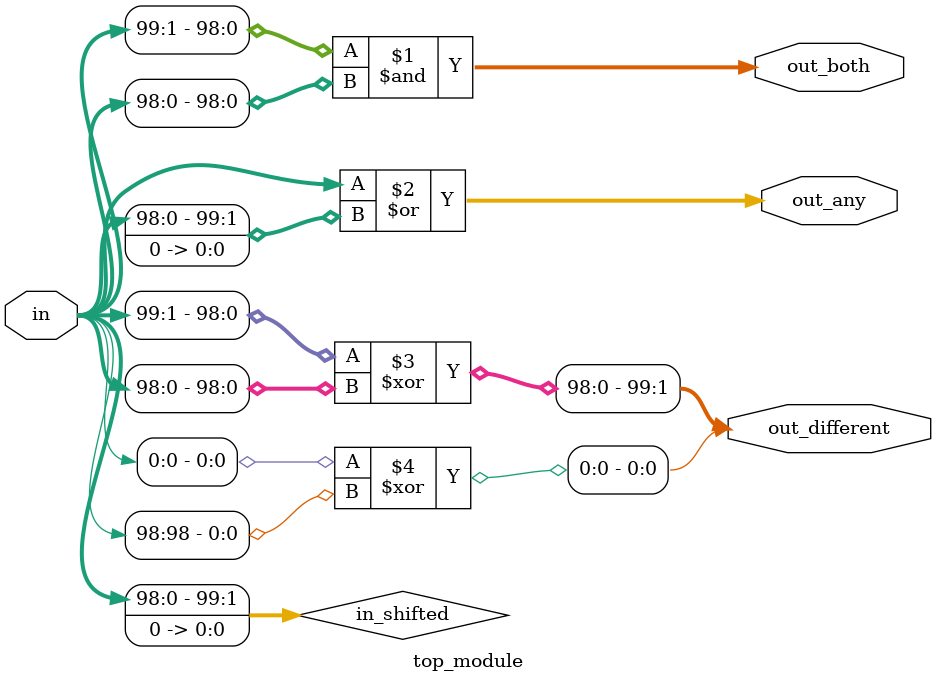
<source format=sv>
module top_module (
    input [99:0] in,
    output [98:0] out_both,
    output [99:0] out_any,
    output [99:0] out_different
);

    // Shift the input vector by 1 bit
    wire [99:0] in_shifted;
    assign in_shifted = {in[98:0], 1'b0};

    // Perform bitwise AND, OR, and XOR operations
    assign out_both = in[99:1] & in_shifted[99:1];
    assign out_any = in | in_shifted;
    assign out_different[99:1] = in[99:1] ^ in_shifted[99:1];

    // Generate the first bit of out_different
    assign out_different[0] = in[0] ^ in_shifted[99];

endmodule

</source>
